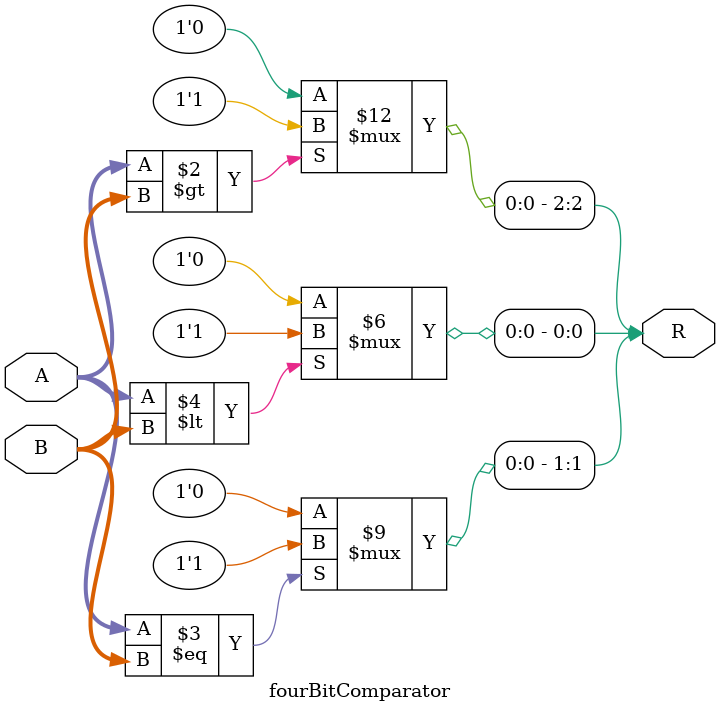
<source format=v>


module fourBitComparator(R, A, B);

	input wire [3:0]A;
	input wire [3:0]B;
	output reg [2:0]R;
	
	always @ (*)
		begin 
			if (A > B)
				R[2] = 1;
			else
				R[2] = 0;
			
			if (A == B)
				R[1] = 1;
			else
				R[1] = 0;
				
			if (A < B)
				R[0] = 1;
			else
				R[0] = 0;
		end

endmodule

			
			
</source>
